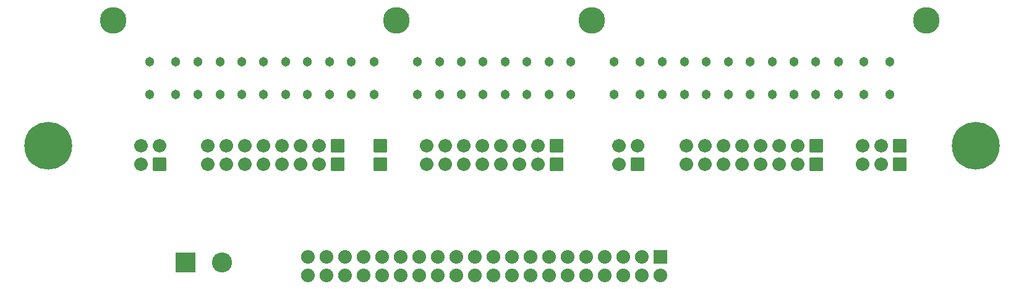
<source format=gbs>
G04 #@! TF.GenerationSoftware,KiCad,Pcbnew,(6.0.10)*
G04 #@! TF.CreationDate,2023-01-07T23:02:07+01:00*
G04 #@! TF.ProjectId,Speeduino 1990 Rev2 3SGE ECU adapter 174518-7,53706565-6475-4696-9e6f-203139393020,1*
G04 #@! TF.SameCoordinates,Original*
G04 #@! TF.FileFunction,Soldermask,Bot*
G04 #@! TF.FilePolarity,Negative*
%FSLAX46Y46*%
G04 Gerber Fmt 4.6, Leading zero omitted, Abs format (unit mm)*
G04 Created by KiCad (PCBNEW (6.0.10)) date 2023-01-07 23:02:07*
%MOMM*%
%LPD*%
G01*
G04 APERTURE LIST*
G04 Aperture macros list*
%AMRoundRect*
0 Rectangle with rounded corners*
0 $1 Rounding radius*
0 $2 $3 $4 $5 $6 $7 $8 $9 X,Y pos of 4 corners*
0 Add a 4 corners polygon primitive as box body*
4,1,4,$2,$3,$4,$5,$6,$7,$8,$9,$2,$3,0*
0 Add four circle primitives for the rounded corners*
1,1,$1+$1,$2,$3*
1,1,$1+$1,$4,$5*
1,1,$1+$1,$6,$7*
1,1,$1+$1,$8,$9*
0 Add four rect primitives between the rounded corners*
20,1,$1+$1,$2,$3,$4,$5,0*
20,1,$1+$1,$4,$5,$6,$7,0*
20,1,$1+$1,$6,$7,$8,$9,0*
20,1,$1+$1,$8,$9,$2,$3,0*%
G04 Aperture macros list end*
%ADD10RoundRect,0.076200X-0.850000X0.850000X-0.850000X-0.850000X0.850000X-0.850000X0.850000X0.850000X0*%
%ADD11O,1.852400X1.852400*%
%ADD12RoundRect,0.076200X-0.850000X-0.850000X0.850000X-0.850000X0.850000X0.850000X-0.850000X0.850000X0*%
%ADD13C,3.652520*%
%ADD14C,1.303020*%
%ADD15RoundRect,0.076200X0.850000X0.850000X-0.850000X0.850000X-0.850000X-0.850000X0.850000X-0.850000X0*%
%ADD16C,0.952400*%
%ADD17C,6.552400*%
%ADD18RoundRect,0.076200X-0.863600X0.863600X-0.863600X-0.863600X0.863600X-0.863600X0.863600X0.863600X0*%
%ADD19O,1.879600X1.879600*%
%ADD20RoundRect,0.076200X-1.300000X-1.300000X1.300000X-1.300000X1.300000X1.300000X-1.300000X1.300000X0*%
%ADD21C,2.752400*%
G04 APERTURE END LIST*
D10*
X172466000Y-67310000D03*
D11*
X169926000Y-67310000D03*
X167386000Y-67310000D03*
D10*
X172466000Y-64770000D03*
D11*
X169926000Y-64770000D03*
X167386000Y-64770000D03*
D12*
X101346000Y-67310000D03*
X101346000Y-64770000D03*
D13*
X130274060Y-47584360D03*
X103573580Y-47584360D03*
X176123600Y-47584360D03*
X64724280Y-47584360D03*
D14*
X171074080Y-57785000D03*
X167573960Y-57785000D03*
X164073840Y-57785000D03*
X171074080Y-53284120D03*
X167573960Y-53284120D03*
X164073840Y-53284120D03*
X136870440Y-57785000D03*
X133370320Y-57785000D03*
X136870440Y-53284120D03*
X133370320Y-53284120D03*
X100474780Y-57785000D03*
X100474780Y-53284120D03*
X73273920Y-57785000D03*
X69776340Y-57785000D03*
X73273920Y-53284120D03*
X69776340Y-53284120D03*
X160972500Y-57785000D03*
X157972760Y-57785000D03*
X154973020Y-57785000D03*
X151973280Y-57785000D03*
X148973540Y-57785000D03*
X145973800Y-57785000D03*
X142974060Y-57785000D03*
X139974320Y-57785000D03*
X160972500Y-53284120D03*
X157972760Y-53284120D03*
X154973020Y-53284120D03*
X151973280Y-53284120D03*
X148973540Y-53284120D03*
X145973800Y-53284120D03*
X142974060Y-53284120D03*
X139974320Y-53284120D03*
X127424180Y-57785000D03*
X124424440Y-57785000D03*
X121424700Y-57785000D03*
X118424960Y-57785000D03*
X115422680Y-57785000D03*
X112422940Y-57785000D03*
X109423200Y-57785000D03*
X106423460Y-57785000D03*
X127424180Y-53284120D03*
X124424440Y-53284120D03*
X121424700Y-53284120D03*
X118424960Y-53284120D03*
X115422680Y-53284120D03*
X112422940Y-53284120D03*
X109423200Y-53284120D03*
X106423460Y-53284120D03*
X97373440Y-57785000D03*
X94373700Y-57785000D03*
X91373960Y-57785000D03*
X88374220Y-57785000D03*
X85374480Y-57785000D03*
X82374740Y-57785000D03*
X79375000Y-57785000D03*
X76375260Y-57785000D03*
X97373440Y-53284120D03*
X94373700Y-53284120D03*
X91373960Y-53284120D03*
X88374220Y-53284120D03*
X85374480Y-53284120D03*
X82374740Y-53284120D03*
X79375000Y-53284120D03*
X76375260Y-53284120D03*
D10*
X95504000Y-67310000D03*
D11*
X92964000Y-67310000D03*
X90424000Y-67310000D03*
X87884000Y-67310000D03*
X85344000Y-67310000D03*
X82804000Y-67310000D03*
X80264000Y-67310000D03*
X77724000Y-67310000D03*
D10*
X95504000Y-64770000D03*
D11*
X92964000Y-64770000D03*
X90424000Y-64770000D03*
X87884000Y-64770000D03*
X85344000Y-64770000D03*
X82804000Y-64770000D03*
X80264000Y-64770000D03*
X77724000Y-64770000D03*
D10*
X161036000Y-67310000D03*
D11*
X158496000Y-67310000D03*
X155956000Y-67310000D03*
X153416000Y-67310000D03*
X150876000Y-67310000D03*
X148336000Y-67310000D03*
X145796000Y-67310000D03*
X143256000Y-67310000D03*
D10*
X125476000Y-67310000D03*
D11*
X122936000Y-67310000D03*
X120396000Y-67310000D03*
X117856000Y-67310000D03*
X115316000Y-67310000D03*
X112776000Y-67310000D03*
X110236000Y-67310000D03*
X107696000Y-67310000D03*
D10*
X125476000Y-64770000D03*
D11*
X122936000Y-64770000D03*
X120396000Y-64770000D03*
X117856000Y-64770000D03*
X115316000Y-64770000D03*
X112776000Y-64770000D03*
X110236000Y-64770000D03*
X107696000Y-64770000D03*
D10*
X161036000Y-64770000D03*
D11*
X158496000Y-64770000D03*
X155956000Y-64770000D03*
X153416000Y-64770000D03*
X150876000Y-64770000D03*
X148336000Y-64770000D03*
X145796000Y-64770000D03*
X143256000Y-64770000D03*
D15*
X71120000Y-67310000D03*
D11*
X68580000Y-67310000D03*
X71120000Y-64770000D03*
X68580000Y-64770000D03*
D15*
X136525000Y-67310000D03*
D11*
X133985000Y-67310000D03*
X136525000Y-64770000D03*
X133985000Y-64770000D03*
D16*
X53480000Y-64770000D03*
X55880000Y-62370000D03*
X57577056Y-63072944D03*
X54182944Y-63072944D03*
X55880000Y-67170000D03*
D17*
X55880000Y-64770000D03*
D16*
X54182944Y-66467056D03*
X58280000Y-64770000D03*
X57577056Y-66467056D03*
X184577056Y-63072944D03*
X185280000Y-64770000D03*
X180480000Y-64770000D03*
X182880000Y-62370000D03*
X181182944Y-66467056D03*
X182880000Y-67170000D03*
X184577056Y-66467056D03*
X181182944Y-63072944D03*
D17*
X182880000Y-64770000D03*
D18*
X139700000Y-80010000D03*
D19*
X139700000Y-82550000D03*
X137160000Y-80010000D03*
X137160000Y-82550000D03*
X134620000Y-80010000D03*
X134620000Y-82550000D03*
X132080000Y-80010000D03*
X132080000Y-82550000D03*
X129540000Y-80010000D03*
X129540000Y-82550000D03*
X127000000Y-80010000D03*
X127000000Y-82550000D03*
X124460000Y-80010000D03*
X124460000Y-82550000D03*
X121920000Y-80010000D03*
X121920000Y-82550000D03*
X119380000Y-80010000D03*
X119380000Y-82550000D03*
X116840000Y-80010000D03*
X116840000Y-82550000D03*
X114300000Y-80010000D03*
X114300000Y-82550000D03*
X111760000Y-80010000D03*
X111760000Y-82550000D03*
X109220000Y-80010000D03*
X109220000Y-82550000D03*
X106680000Y-80010000D03*
X106680000Y-82550000D03*
X104140000Y-80010000D03*
X104140000Y-82550000D03*
X101600000Y-80010000D03*
X101600000Y-82550000D03*
X99060000Y-80010000D03*
X99060000Y-82550000D03*
X96520000Y-80010000D03*
X96520000Y-82550000D03*
X93980000Y-80010000D03*
X93980000Y-82550000D03*
X91440000Y-80010000D03*
X91440000Y-82550000D03*
D20*
X74700000Y-80805000D03*
D21*
X79700000Y-80805000D03*
M02*

</source>
